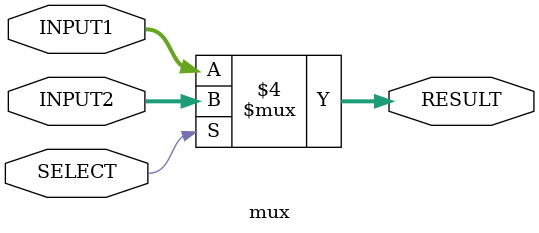
<source format=v>
`timescale 1ns/100ps

module mux(INPUT1, INPUT2, RESULT, SELECT);
    input [31:0] INPUT1, INPUT2; 
    input SELECT;               // inputs
    output reg [31:0] RESULT;    // outputs

    always @(*)
    begin
      if (SELECT == 1'b0)  //selecting  
            RESULT = INPUT1;
      else 
            RESULT = INPUT2;
    end

endmodule

</source>
